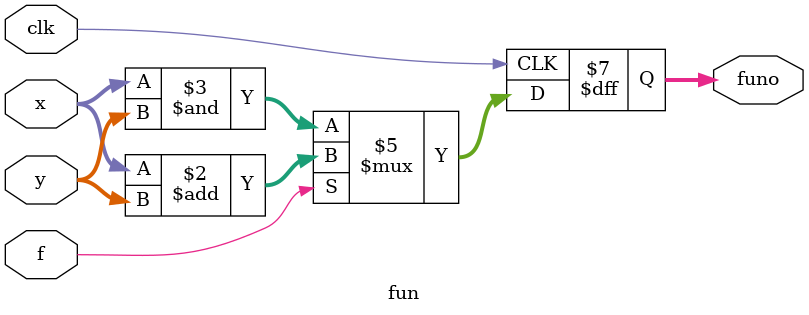
<source format=v>
`timescale 1ns / 1ps


module fun(
    input clk,
    input[15:0] x,
    input[15:0] y,
    input f,
    output reg [15:0]funo
    );
    
    always@(posedge clk)
    begin
    if(f)
    funo<=x+y;
    else
    funo<=x&y;
    end
endmodule

</source>
